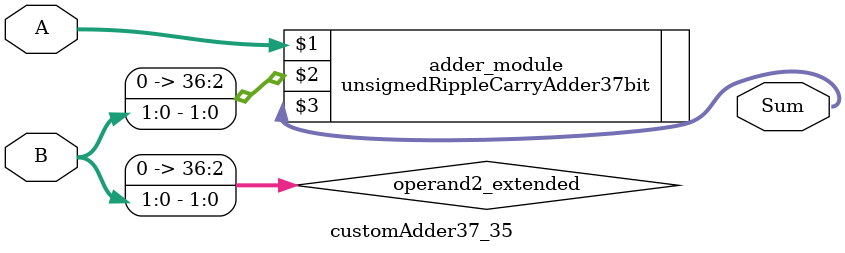
<source format=v>
module customAdder37_35(
                        input [36 : 0] A,
                        input [1 : 0] B,
                        
                        output [37 : 0] Sum
                );

        wire [36 : 0] operand2_extended;
        
        assign operand2_extended =  {35'b0, B};
        
        unsignedRippleCarryAdder37bit adder_module(
            A,
            operand2_extended,
            Sum
        );
        
        endmodule
        
</source>
